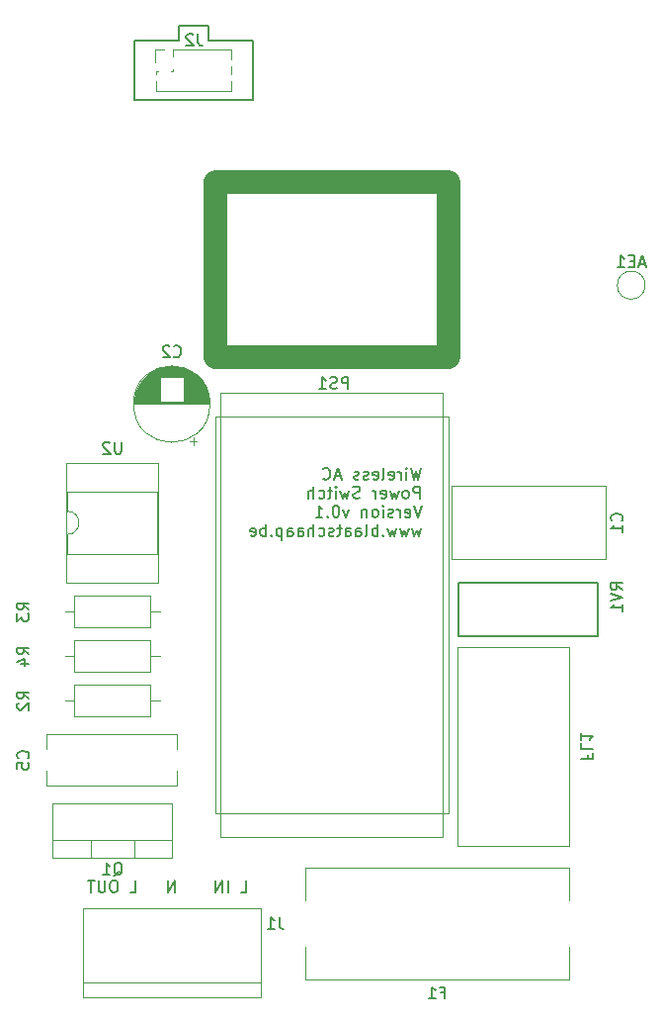
<source format=gbr>
%TF.GenerationSoftware,KiCad,Pcbnew,7.0.9*%
%TF.CreationDate,2023-12-31T17:17:44+01:00*%
%TF.ProjectId,power_switch,706f7765-725f-4737-9769-7463682e6b69,rev?*%
%TF.SameCoordinates,Original*%
%TF.FileFunction,Legend,Bot*%
%TF.FilePolarity,Positive*%
%FSLAX46Y46*%
G04 Gerber Fmt 4.6, Leading zero omitted, Abs format (unit mm)*
G04 Created by KiCad (PCBNEW 7.0.9) date 2023-12-31 17:17:44*
%MOMM*%
%LPD*%
G01*
G04 APERTURE LIST*
%ADD10C,0.150000*%
%ADD11C,2.000000*%
%ADD12C,0.120000*%
G04 APERTURE END LIST*
D10*
X135648458Y-66429819D02*
X135410363Y-67429819D01*
X135410363Y-67429819D02*
X135219887Y-66715533D01*
X135219887Y-66715533D02*
X135029411Y-67429819D01*
X135029411Y-67429819D02*
X134791316Y-66429819D01*
X134410363Y-67429819D02*
X134410363Y-66763152D01*
X134410363Y-66429819D02*
X134457982Y-66477438D01*
X134457982Y-66477438D02*
X134410363Y-66525057D01*
X134410363Y-66525057D02*
X134362744Y-66477438D01*
X134362744Y-66477438D02*
X134410363Y-66429819D01*
X134410363Y-66429819D02*
X134410363Y-66525057D01*
X133934173Y-67429819D02*
X133934173Y-66763152D01*
X133934173Y-66953628D02*
X133886554Y-66858390D01*
X133886554Y-66858390D02*
X133838935Y-66810771D01*
X133838935Y-66810771D02*
X133743697Y-66763152D01*
X133743697Y-66763152D02*
X133648459Y-66763152D01*
X132934173Y-67382200D02*
X133029411Y-67429819D01*
X133029411Y-67429819D02*
X133219887Y-67429819D01*
X133219887Y-67429819D02*
X133315125Y-67382200D01*
X133315125Y-67382200D02*
X133362744Y-67286961D01*
X133362744Y-67286961D02*
X133362744Y-66906009D01*
X133362744Y-66906009D02*
X133315125Y-66810771D01*
X133315125Y-66810771D02*
X133219887Y-66763152D01*
X133219887Y-66763152D02*
X133029411Y-66763152D01*
X133029411Y-66763152D02*
X132934173Y-66810771D01*
X132934173Y-66810771D02*
X132886554Y-66906009D01*
X132886554Y-66906009D02*
X132886554Y-67001247D01*
X132886554Y-67001247D02*
X133362744Y-67096485D01*
X132315125Y-67429819D02*
X132410363Y-67382200D01*
X132410363Y-67382200D02*
X132457982Y-67286961D01*
X132457982Y-67286961D02*
X132457982Y-66429819D01*
X131553220Y-67382200D02*
X131648458Y-67429819D01*
X131648458Y-67429819D02*
X131838934Y-67429819D01*
X131838934Y-67429819D02*
X131934172Y-67382200D01*
X131934172Y-67382200D02*
X131981791Y-67286961D01*
X131981791Y-67286961D02*
X131981791Y-66906009D01*
X131981791Y-66906009D02*
X131934172Y-66810771D01*
X131934172Y-66810771D02*
X131838934Y-66763152D01*
X131838934Y-66763152D02*
X131648458Y-66763152D01*
X131648458Y-66763152D02*
X131553220Y-66810771D01*
X131553220Y-66810771D02*
X131505601Y-66906009D01*
X131505601Y-66906009D02*
X131505601Y-67001247D01*
X131505601Y-67001247D02*
X131981791Y-67096485D01*
X131124648Y-67382200D02*
X131029410Y-67429819D01*
X131029410Y-67429819D02*
X130838934Y-67429819D01*
X130838934Y-67429819D02*
X130743696Y-67382200D01*
X130743696Y-67382200D02*
X130696077Y-67286961D01*
X130696077Y-67286961D02*
X130696077Y-67239342D01*
X130696077Y-67239342D02*
X130743696Y-67144104D01*
X130743696Y-67144104D02*
X130838934Y-67096485D01*
X130838934Y-67096485D02*
X130981791Y-67096485D01*
X130981791Y-67096485D02*
X131077029Y-67048866D01*
X131077029Y-67048866D02*
X131124648Y-66953628D01*
X131124648Y-66953628D02*
X131124648Y-66906009D01*
X131124648Y-66906009D02*
X131077029Y-66810771D01*
X131077029Y-66810771D02*
X130981791Y-66763152D01*
X130981791Y-66763152D02*
X130838934Y-66763152D01*
X130838934Y-66763152D02*
X130743696Y-66810771D01*
X130315124Y-67382200D02*
X130219886Y-67429819D01*
X130219886Y-67429819D02*
X130029410Y-67429819D01*
X130029410Y-67429819D02*
X129934172Y-67382200D01*
X129934172Y-67382200D02*
X129886553Y-67286961D01*
X129886553Y-67286961D02*
X129886553Y-67239342D01*
X129886553Y-67239342D02*
X129934172Y-67144104D01*
X129934172Y-67144104D02*
X130029410Y-67096485D01*
X130029410Y-67096485D02*
X130172267Y-67096485D01*
X130172267Y-67096485D02*
X130267505Y-67048866D01*
X130267505Y-67048866D02*
X130315124Y-66953628D01*
X130315124Y-66953628D02*
X130315124Y-66906009D01*
X130315124Y-66906009D02*
X130267505Y-66810771D01*
X130267505Y-66810771D02*
X130172267Y-66763152D01*
X130172267Y-66763152D02*
X130029410Y-66763152D01*
X130029410Y-66763152D02*
X129934172Y-66810771D01*
X128743695Y-67144104D02*
X128267505Y-67144104D01*
X128838933Y-67429819D02*
X128505600Y-66429819D01*
X128505600Y-66429819D02*
X128172267Y-67429819D01*
X127267505Y-67334580D02*
X127315124Y-67382200D01*
X127315124Y-67382200D02*
X127457981Y-67429819D01*
X127457981Y-67429819D02*
X127553219Y-67429819D01*
X127553219Y-67429819D02*
X127696076Y-67382200D01*
X127696076Y-67382200D02*
X127791314Y-67286961D01*
X127791314Y-67286961D02*
X127838933Y-67191723D01*
X127838933Y-67191723D02*
X127886552Y-67001247D01*
X127886552Y-67001247D02*
X127886552Y-66858390D01*
X127886552Y-66858390D02*
X127838933Y-66667914D01*
X127838933Y-66667914D02*
X127791314Y-66572676D01*
X127791314Y-66572676D02*
X127696076Y-66477438D01*
X127696076Y-66477438D02*
X127553219Y-66429819D01*
X127553219Y-66429819D02*
X127457981Y-66429819D01*
X127457981Y-66429819D02*
X127315124Y-66477438D01*
X127315124Y-66477438D02*
X127267505Y-66525057D01*
X135553220Y-69039819D02*
X135553220Y-68039819D01*
X135553220Y-68039819D02*
X135172268Y-68039819D01*
X135172268Y-68039819D02*
X135077030Y-68087438D01*
X135077030Y-68087438D02*
X135029411Y-68135057D01*
X135029411Y-68135057D02*
X134981792Y-68230295D01*
X134981792Y-68230295D02*
X134981792Y-68373152D01*
X134981792Y-68373152D02*
X135029411Y-68468390D01*
X135029411Y-68468390D02*
X135077030Y-68516009D01*
X135077030Y-68516009D02*
X135172268Y-68563628D01*
X135172268Y-68563628D02*
X135553220Y-68563628D01*
X134410363Y-69039819D02*
X134505601Y-68992200D01*
X134505601Y-68992200D02*
X134553220Y-68944580D01*
X134553220Y-68944580D02*
X134600839Y-68849342D01*
X134600839Y-68849342D02*
X134600839Y-68563628D01*
X134600839Y-68563628D02*
X134553220Y-68468390D01*
X134553220Y-68468390D02*
X134505601Y-68420771D01*
X134505601Y-68420771D02*
X134410363Y-68373152D01*
X134410363Y-68373152D02*
X134267506Y-68373152D01*
X134267506Y-68373152D02*
X134172268Y-68420771D01*
X134172268Y-68420771D02*
X134124649Y-68468390D01*
X134124649Y-68468390D02*
X134077030Y-68563628D01*
X134077030Y-68563628D02*
X134077030Y-68849342D01*
X134077030Y-68849342D02*
X134124649Y-68944580D01*
X134124649Y-68944580D02*
X134172268Y-68992200D01*
X134172268Y-68992200D02*
X134267506Y-69039819D01*
X134267506Y-69039819D02*
X134410363Y-69039819D01*
X133743696Y-68373152D02*
X133553220Y-69039819D01*
X133553220Y-69039819D02*
X133362744Y-68563628D01*
X133362744Y-68563628D02*
X133172268Y-69039819D01*
X133172268Y-69039819D02*
X132981792Y-68373152D01*
X132219887Y-68992200D02*
X132315125Y-69039819D01*
X132315125Y-69039819D02*
X132505601Y-69039819D01*
X132505601Y-69039819D02*
X132600839Y-68992200D01*
X132600839Y-68992200D02*
X132648458Y-68896961D01*
X132648458Y-68896961D02*
X132648458Y-68516009D01*
X132648458Y-68516009D02*
X132600839Y-68420771D01*
X132600839Y-68420771D02*
X132505601Y-68373152D01*
X132505601Y-68373152D02*
X132315125Y-68373152D01*
X132315125Y-68373152D02*
X132219887Y-68420771D01*
X132219887Y-68420771D02*
X132172268Y-68516009D01*
X132172268Y-68516009D02*
X132172268Y-68611247D01*
X132172268Y-68611247D02*
X132648458Y-68706485D01*
X131743696Y-69039819D02*
X131743696Y-68373152D01*
X131743696Y-68563628D02*
X131696077Y-68468390D01*
X131696077Y-68468390D02*
X131648458Y-68420771D01*
X131648458Y-68420771D02*
X131553220Y-68373152D01*
X131553220Y-68373152D02*
X131457982Y-68373152D01*
X130410362Y-68992200D02*
X130267505Y-69039819D01*
X130267505Y-69039819D02*
X130029410Y-69039819D01*
X130029410Y-69039819D02*
X129934172Y-68992200D01*
X129934172Y-68992200D02*
X129886553Y-68944580D01*
X129886553Y-68944580D02*
X129838934Y-68849342D01*
X129838934Y-68849342D02*
X129838934Y-68754104D01*
X129838934Y-68754104D02*
X129886553Y-68658866D01*
X129886553Y-68658866D02*
X129934172Y-68611247D01*
X129934172Y-68611247D02*
X130029410Y-68563628D01*
X130029410Y-68563628D02*
X130219886Y-68516009D01*
X130219886Y-68516009D02*
X130315124Y-68468390D01*
X130315124Y-68468390D02*
X130362743Y-68420771D01*
X130362743Y-68420771D02*
X130410362Y-68325533D01*
X130410362Y-68325533D02*
X130410362Y-68230295D01*
X130410362Y-68230295D02*
X130362743Y-68135057D01*
X130362743Y-68135057D02*
X130315124Y-68087438D01*
X130315124Y-68087438D02*
X130219886Y-68039819D01*
X130219886Y-68039819D02*
X129981791Y-68039819D01*
X129981791Y-68039819D02*
X129838934Y-68087438D01*
X129505600Y-68373152D02*
X129315124Y-69039819D01*
X129315124Y-69039819D02*
X129124648Y-68563628D01*
X129124648Y-68563628D02*
X128934172Y-69039819D01*
X128934172Y-69039819D02*
X128743696Y-68373152D01*
X128362743Y-69039819D02*
X128362743Y-68373152D01*
X128362743Y-68039819D02*
X128410362Y-68087438D01*
X128410362Y-68087438D02*
X128362743Y-68135057D01*
X128362743Y-68135057D02*
X128315124Y-68087438D01*
X128315124Y-68087438D02*
X128362743Y-68039819D01*
X128362743Y-68039819D02*
X128362743Y-68135057D01*
X128029410Y-68373152D02*
X127648458Y-68373152D01*
X127886553Y-68039819D02*
X127886553Y-68896961D01*
X127886553Y-68896961D02*
X127838934Y-68992200D01*
X127838934Y-68992200D02*
X127743696Y-69039819D01*
X127743696Y-69039819D02*
X127648458Y-69039819D01*
X126886553Y-68992200D02*
X126981791Y-69039819D01*
X126981791Y-69039819D02*
X127172267Y-69039819D01*
X127172267Y-69039819D02*
X127267505Y-68992200D01*
X127267505Y-68992200D02*
X127315124Y-68944580D01*
X127315124Y-68944580D02*
X127362743Y-68849342D01*
X127362743Y-68849342D02*
X127362743Y-68563628D01*
X127362743Y-68563628D02*
X127315124Y-68468390D01*
X127315124Y-68468390D02*
X127267505Y-68420771D01*
X127267505Y-68420771D02*
X127172267Y-68373152D01*
X127172267Y-68373152D02*
X126981791Y-68373152D01*
X126981791Y-68373152D02*
X126886553Y-68420771D01*
X126457981Y-69039819D02*
X126457981Y-68039819D01*
X126029410Y-69039819D02*
X126029410Y-68516009D01*
X126029410Y-68516009D02*
X126077029Y-68420771D01*
X126077029Y-68420771D02*
X126172267Y-68373152D01*
X126172267Y-68373152D02*
X126315124Y-68373152D01*
X126315124Y-68373152D02*
X126410362Y-68420771D01*
X126410362Y-68420771D02*
X126457981Y-68468390D01*
X135696077Y-69649819D02*
X135362744Y-70649819D01*
X135362744Y-70649819D02*
X135029411Y-69649819D01*
X134315125Y-70602200D02*
X134410363Y-70649819D01*
X134410363Y-70649819D02*
X134600839Y-70649819D01*
X134600839Y-70649819D02*
X134696077Y-70602200D01*
X134696077Y-70602200D02*
X134743696Y-70506961D01*
X134743696Y-70506961D02*
X134743696Y-70126009D01*
X134743696Y-70126009D02*
X134696077Y-70030771D01*
X134696077Y-70030771D02*
X134600839Y-69983152D01*
X134600839Y-69983152D02*
X134410363Y-69983152D01*
X134410363Y-69983152D02*
X134315125Y-70030771D01*
X134315125Y-70030771D02*
X134267506Y-70126009D01*
X134267506Y-70126009D02*
X134267506Y-70221247D01*
X134267506Y-70221247D02*
X134743696Y-70316485D01*
X133838934Y-70649819D02*
X133838934Y-69983152D01*
X133838934Y-70173628D02*
X133791315Y-70078390D01*
X133791315Y-70078390D02*
X133743696Y-70030771D01*
X133743696Y-70030771D02*
X133648458Y-69983152D01*
X133648458Y-69983152D02*
X133553220Y-69983152D01*
X133267505Y-70602200D02*
X133172267Y-70649819D01*
X133172267Y-70649819D02*
X132981791Y-70649819D01*
X132981791Y-70649819D02*
X132886553Y-70602200D01*
X132886553Y-70602200D02*
X132838934Y-70506961D01*
X132838934Y-70506961D02*
X132838934Y-70459342D01*
X132838934Y-70459342D02*
X132886553Y-70364104D01*
X132886553Y-70364104D02*
X132981791Y-70316485D01*
X132981791Y-70316485D02*
X133124648Y-70316485D01*
X133124648Y-70316485D02*
X133219886Y-70268866D01*
X133219886Y-70268866D02*
X133267505Y-70173628D01*
X133267505Y-70173628D02*
X133267505Y-70126009D01*
X133267505Y-70126009D02*
X133219886Y-70030771D01*
X133219886Y-70030771D02*
X133124648Y-69983152D01*
X133124648Y-69983152D02*
X132981791Y-69983152D01*
X132981791Y-69983152D02*
X132886553Y-70030771D01*
X132410362Y-70649819D02*
X132410362Y-69983152D01*
X132410362Y-69649819D02*
X132457981Y-69697438D01*
X132457981Y-69697438D02*
X132410362Y-69745057D01*
X132410362Y-69745057D02*
X132362743Y-69697438D01*
X132362743Y-69697438D02*
X132410362Y-69649819D01*
X132410362Y-69649819D02*
X132410362Y-69745057D01*
X131791315Y-70649819D02*
X131886553Y-70602200D01*
X131886553Y-70602200D02*
X131934172Y-70554580D01*
X131934172Y-70554580D02*
X131981791Y-70459342D01*
X131981791Y-70459342D02*
X131981791Y-70173628D01*
X131981791Y-70173628D02*
X131934172Y-70078390D01*
X131934172Y-70078390D02*
X131886553Y-70030771D01*
X131886553Y-70030771D02*
X131791315Y-69983152D01*
X131791315Y-69983152D02*
X131648458Y-69983152D01*
X131648458Y-69983152D02*
X131553220Y-70030771D01*
X131553220Y-70030771D02*
X131505601Y-70078390D01*
X131505601Y-70078390D02*
X131457982Y-70173628D01*
X131457982Y-70173628D02*
X131457982Y-70459342D01*
X131457982Y-70459342D02*
X131505601Y-70554580D01*
X131505601Y-70554580D02*
X131553220Y-70602200D01*
X131553220Y-70602200D02*
X131648458Y-70649819D01*
X131648458Y-70649819D02*
X131791315Y-70649819D01*
X131029410Y-69983152D02*
X131029410Y-70649819D01*
X131029410Y-70078390D02*
X130981791Y-70030771D01*
X130981791Y-70030771D02*
X130886553Y-69983152D01*
X130886553Y-69983152D02*
X130743696Y-69983152D01*
X130743696Y-69983152D02*
X130648458Y-70030771D01*
X130648458Y-70030771D02*
X130600839Y-70126009D01*
X130600839Y-70126009D02*
X130600839Y-70649819D01*
X129457981Y-69983152D02*
X129219886Y-70649819D01*
X129219886Y-70649819D02*
X128981791Y-69983152D01*
X128410362Y-69649819D02*
X128315124Y-69649819D01*
X128315124Y-69649819D02*
X128219886Y-69697438D01*
X128219886Y-69697438D02*
X128172267Y-69745057D01*
X128172267Y-69745057D02*
X128124648Y-69840295D01*
X128124648Y-69840295D02*
X128077029Y-70030771D01*
X128077029Y-70030771D02*
X128077029Y-70268866D01*
X128077029Y-70268866D02*
X128124648Y-70459342D01*
X128124648Y-70459342D02*
X128172267Y-70554580D01*
X128172267Y-70554580D02*
X128219886Y-70602200D01*
X128219886Y-70602200D02*
X128315124Y-70649819D01*
X128315124Y-70649819D02*
X128410362Y-70649819D01*
X128410362Y-70649819D02*
X128505600Y-70602200D01*
X128505600Y-70602200D02*
X128553219Y-70554580D01*
X128553219Y-70554580D02*
X128600838Y-70459342D01*
X128600838Y-70459342D02*
X128648457Y-70268866D01*
X128648457Y-70268866D02*
X128648457Y-70030771D01*
X128648457Y-70030771D02*
X128600838Y-69840295D01*
X128600838Y-69840295D02*
X128553219Y-69745057D01*
X128553219Y-69745057D02*
X128505600Y-69697438D01*
X128505600Y-69697438D02*
X128410362Y-69649819D01*
X127648457Y-70554580D02*
X127600838Y-70602200D01*
X127600838Y-70602200D02*
X127648457Y-70649819D01*
X127648457Y-70649819D02*
X127696076Y-70602200D01*
X127696076Y-70602200D02*
X127648457Y-70554580D01*
X127648457Y-70554580D02*
X127648457Y-70649819D01*
X126648458Y-70649819D02*
X127219886Y-70649819D01*
X126934172Y-70649819D02*
X126934172Y-69649819D01*
X126934172Y-69649819D02*
X127029410Y-69792676D01*
X127029410Y-69792676D02*
X127124648Y-69887914D01*
X127124648Y-69887914D02*
X127219886Y-69935533D01*
X135648458Y-71593152D02*
X135457982Y-72259819D01*
X135457982Y-72259819D02*
X135267506Y-71783628D01*
X135267506Y-71783628D02*
X135077030Y-72259819D01*
X135077030Y-72259819D02*
X134886554Y-71593152D01*
X134600839Y-71593152D02*
X134410363Y-72259819D01*
X134410363Y-72259819D02*
X134219887Y-71783628D01*
X134219887Y-71783628D02*
X134029411Y-72259819D01*
X134029411Y-72259819D02*
X133838935Y-71593152D01*
X133553220Y-71593152D02*
X133362744Y-72259819D01*
X133362744Y-72259819D02*
X133172268Y-71783628D01*
X133172268Y-71783628D02*
X132981792Y-72259819D01*
X132981792Y-72259819D02*
X132791316Y-71593152D01*
X132410363Y-72164580D02*
X132362744Y-72212200D01*
X132362744Y-72212200D02*
X132410363Y-72259819D01*
X132410363Y-72259819D02*
X132457982Y-72212200D01*
X132457982Y-72212200D02*
X132410363Y-72164580D01*
X132410363Y-72164580D02*
X132410363Y-72259819D01*
X131934173Y-72259819D02*
X131934173Y-71259819D01*
X131934173Y-71640771D02*
X131838935Y-71593152D01*
X131838935Y-71593152D02*
X131648459Y-71593152D01*
X131648459Y-71593152D02*
X131553221Y-71640771D01*
X131553221Y-71640771D02*
X131505602Y-71688390D01*
X131505602Y-71688390D02*
X131457983Y-71783628D01*
X131457983Y-71783628D02*
X131457983Y-72069342D01*
X131457983Y-72069342D02*
X131505602Y-72164580D01*
X131505602Y-72164580D02*
X131553221Y-72212200D01*
X131553221Y-72212200D02*
X131648459Y-72259819D01*
X131648459Y-72259819D02*
X131838935Y-72259819D01*
X131838935Y-72259819D02*
X131934173Y-72212200D01*
X130886554Y-72259819D02*
X130981792Y-72212200D01*
X130981792Y-72212200D02*
X131029411Y-72116961D01*
X131029411Y-72116961D02*
X131029411Y-71259819D01*
X130077030Y-72259819D02*
X130077030Y-71736009D01*
X130077030Y-71736009D02*
X130124649Y-71640771D01*
X130124649Y-71640771D02*
X130219887Y-71593152D01*
X130219887Y-71593152D02*
X130410363Y-71593152D01*
X130410363Y-71593152D02*
X130505601Y-71640771D01*
X130077030Y-72212200D02*
X130172268Y-72259819D01*
X130172268Y-72259819D02*
X130410363Y-72259819D01*
X130410363Y-72259819D02*
X130505601Y-72212200D01*
X130505601Y-72212200D02*
X130553220Y-72116961D01*
X130553220Y-72116961D02*
X130553220Y-72021723D01*
X130553220Y-72021723D02*
X130505601Y-71926485D01*
X130505601Y-71926485D02*
X130410363Y-71878866D01*
X130410363Y-71878866D02*
X130172268Y-71878866D01*
X130172268Y-71878866D02*
X130077030Y-71831247D01*
X129172268Y-72259819D02*
X129172268Y-71736009D01*
X129172268Y-71736009D02*
X129219887Y-71640771D01*
X129219887Y-71640771D02*
X129315125Y-71593152D01*
X129315125Y-71593152D02*
X129505601Y-71593152D01*
X129505601Y-71593152D02*
X129600839Y-71640771D01*
X129172268Y-72212200D02*
X129267506Y-72259819D01*
X129267506Y-72259819D02*
X129505601Y-72259819D01*
X129505601Y-72259819D02*
X129600839Y-72212200D01*
X129600839Y-72212200D02*
X129648458Y-72116961D01*
X129648458Y-72116961D02*
X129648458Y-72021723D01*
X129648458Y-72021723D02*
X129600839Y-71926485D01*
X129600839Y-71926485D02*
X129505601Y-71878866D01*
X129505601Y-71878866D02*
X129267506Y-71878866D01*
X129267506Y-71878866D02*
X129172268Y-71831247D01*
X128838934Y-71593152D02*
X128457982Y-71593152D01*
X128696077Y-71259819D02*
X128696077Y-72116961D01*
X128696077Y-72116961D02*
X128648458Y-72212200D01*
X128648458Y-72212200D02*
X128553220Y-72259819D01*
X128553220Y-72259819D02*
X128457982Y-72259819D01*
X128172267Y-72212200D02*
X128077029Y-72259819D01*
X128077029Y-72259819D02*
X127886553Y-72259819D01*
X127886553Y-72259819D02*
X127791315Y-72212200D01*
X127791315Y-72212200D02*
X127743696Y-72116961D01*
X127743696Y-72116961D02*
X127743696Y-72069342D01*
X127743696Y-72069342D02*
X127791315Y-71974104D01*
X127791315Y-71974104D02*
X127886553Y-71926485D01*
X127886553Y-71926485D02*
X128029410Y-71926485D01*
X128029410Y-71926485D02*
X128124648Y-71878866D01*
X128124648Y-71878866D02*
X128172267Y-71783628D01*
X128172267Y-71783628D02*
X128172267Y-71736009D01*
X128172267Y-71736009D02*
X128124648Y-71640771D01*
X128124648Y-71640771D02*
X128029410Y-71593152D01*
X128029410Y-71593152D02*
X127886553Y-71593152D01*
X127886553Y-71593152D02*
X127791315Y-71640771D01*
X126886553Y-72212200D02*
X126981791Y-72259819D01*
X126981791Y-72259819D02*
X127172267Y-72259819D01*
X127172267Y-72259819D02*
X127267505Y-72212200D01*
X127267505Y-72212200D02*
X127315124Y-72164580D01*
X127315124Y-72164580D02*
X127362743Y-72069342D01*
X127362743Y-72069342D02*
X127362743Y-71783628D01*
X127362743Y-71783628D02*
X127315124Y-71688390D01*
X127315124Y-71688390D02*
X127267505Y-71640771D01*
X127267505Y-71640771D02*
X127172267Y-71593152D01*
X127172267Y-71593152D02*
X126981791Y-71593152D01*
X126981791Y-71593152D02*
X126886553Y-71640771D01*
X126457981Y-72259819D02*
X126457981Y-71259819D01*
X126029410Y-72259819D02*
X126029410Y-71736009D01*
X126029410Y-71736009D02*
X126077029Y-71640771D01*
X126077029Y-71640771D02*
X126172267Y-71593152D01*
X126172267Y-71593152D02*
X126315124Y-71593152D01*
X126315124Y-71593152D02*
X126410362Y-71640771D01*
X126410362Y-71640771D02*
X126457981Y-71688390D01*
X125124648Y-72259819D02*
X125124648Y-71736009D01*
X125124648Y-71736009D02*
X125172267Y-71640771D01*
X125172267Y-71640771D02*
X125267505Y-71593152D01*
X125267505Y-71593152D02*
X125457981Y-71593152D01*
X125457981Y-71593152D02*
X125553219Y-71640771D01*
X125124648Y-72212200D02*
X125219886Y-72259819D01*
X125219886Y-72259819D02*
X125457981Y-72259819D01*
X125457981Y-72259819D02*
X125553219Y-72212200D01*
X125553219Y-72212200D02*
X125600838Y-72116961D01*
X125600838Y-72116961D02*
X125600838Y-72021723D01*
X125600838Y-72021723D02*
X125553219Y-71926485D01*
X125553219Y-71926485D02*
X125457981Y-71878866D01*
X125457981Y-71878866D02*
X125219886Y-71878866D01*
X125219886Y-71878866D02*
X125124648Y-71831247D01*
X124219886Y-72259819D02*
X124219886Y-71736009D01*
X124219886Y-71736009D02*
X124267505Y-71640771D01*
X124267505Y-71640771D02*
X124362743Y-71593152D01*
X124362743Y-71593152D02*
X124553219Y-71593152D01*
X124553219Y-71593152D02*
X124648457Y-71640771D01*
X124219886Y-72212200D02*
X124315124Y-72259819D01*
X124315124Y-72259819D02*
X124553219Y-72259819D01*
X124553219Y-72259819D02*
X124648457Y-72212200D01*
X124648457Y-72212200D02*
X124696076Y-72116961D01*
X124696076Y-72116961D02*
X124696076Y-72021723D01*
X124696076Y-72021723D02*
X124648457Y-71926485D01*
X124648457Y-71926485D02*
X124553219Y-71878866D01*
X124553219Y-71878866D02*
X124315124Y-71878866D01*
X124315124Y-71878866D02*
X124219886Y-71831247D01*
X123743695Y-71593152D02*
X123743695Y-72593152D01*
X123743695Y-71640771D02*
X123648457Y-71593152D01*
X123648457Y-71593152D02*
X123457981Y-71593152D01*
X123457981Y-71593152D02*
X123362743Y-71640771D01*
X123362743Y-71640771D02*
X123315124Y-71688390D01*
X123315124Y-71688390D02*
X123267505Y-71783628D01*
X123267505Y-71783628D02*
X123267505Y-72069342D01*
X123267505Y-72069342D02*
X123315124Y-72164580D01*
X123315124Y-72164580D02*
X123362743Y-72212200D01*
X123362743Y-72212200D02*
X123457981Y-72259819D01*
X123457981Y-72259819D02*
X123648457Y-72259819D01*
X123648457Y-72259819D02*
X123743695Y-72212200D01*
X122838933Y-72164580D02*
X122791314Y-72212200D01*
X122791314Y-72212200D02*
X122838933Y-72259819D01*
X122838933Y-72259819D02*
X122886552Y-72212200D01*
X122886552Y-72212200D02*
X122838933Y-72164580D01*
X122838933Y-72164580D02*
X122838933Y-72259819D01*
X122362743Y-72259819D02*
X122362743Y-71259819D01*
X122362743Y-71640771D02*
X122267505Y-71593152D01*
X122267505Y-71593152D02*
X122077029Y-71593152D01*
X122077029Y-71593152D02*
X121981791Y-71640771D01*
X121981791Y-71640771D02*
X121934172Y-71688390D01*
X121934172Y-71688390D02*
X121886553Y-71783628D01*
X121886553Y-71783628D02*
X121886553Y-72069342D01*
X121886553Y-72069342D02*
X121934172Y-72164580D01*
X121934172Y-72164580D02*
X121981791Y-72212200D01*
X121981791Y-72212200D02*
X122077029Y-72259819D01*
X122077029Y-72259819D02*
X122267505Y-72259819D01*
X122267505Y-72259819D02*
X122362743Y-72212200D01*
X121077029Y-72212200D02*
X121172267Y-72259819D01*
X121172267Y-72259819D02*
X121362743Y-72259819D01*
X121362743Y-72259819D02*
X121457981Y-72212200D01*
X121457981Y-72212200D02*
X121505600Y-72116961D01*
X121505600Y-72116961D02*
X121505600Y-71736009D01*
X121505600Y-71736009D02*
X121457981Y-71640771D01*
X121457981Y-71640771D02*
X121362743Y-71593152D01*
X121362743Y-71593152D02*
X121172267Y-71593152D01*
X121172267Y-71593152D02*
X121077029Y-71640771D01*
X121077029Y-71640771D02*
X121029410Y-71736009D01*
X121029410Y-71736009D02*
X121029410Y-71831247D01*
X121029410Y-71831247D02*
X121505600Y-71926485D01*
X117475000Y-28575000D02*
X114935000Y-28575000D01*
X121285000Y-29845000D02*
X117475000Y-29845000D01*
X121285000Y-34925000D02*
X121285000Y-29845000D01*
X111125000Y-34925000D02*
X121285000Y-34925000D01*
X111125000Y-34290000D02*
X111125000Y-34925000D01*
X111125000Y-29845000D02*
X111125000Y-34290000D01*
X114935000Y-29845000D02*
X111125000Y-29845000D01*
X114935000Y-28575000D02*
X114935000Y-29845000D01*
X117475000Y-29845000D02*
X117475000Y-28575000D01*
D11*
X118000000Y-42000000D02*
X138000000Y-42000000D01*
X138000000Y-57000000D01*
X118000000Y-57000000D01*
X118000000Y-42000000D01*
D10*
X114585713Y-102739819D02*
X114585713Y-101739819D01*
X114585713Y-101739819D02*
X114014285Y-102739819D01*
X114014285Y-102739819D02*
X114014285Y-101739819D01*
X120213333Y-102739819D02*
X120689523Y-102739819D01*
X120689523Y-102739819D02*
X120689523Y-101739819D01*
X119118094Y-102739819D02*
X119118094Y-101739819D01*
X118641904Y-102739819D02*
X118641904Y-101739819D01*
X118641904Y-101739819D02*
X118070476Y-102739819D01*
X118070476Y-102739819D02*
X118070476Y-101739819D01*
X110720000Y-102739819D02*
X111196190Y-102739819D01*
X111196190Y-102739819D02*
X111196190Y-101739819D01*
X109434285Y-101739819D02*
X109243809Y-101739819D01*
X109243809Y-101739819D02*
X109148571Y-101787438D01*
X109148571Y-101787438D02*
X109053333Y-101882676D01*
X109053333Y-101882676D02*
X109005714Y-102073152D01*
X109005714Y-102073152D02*
X109005714Y-102406485D01*
X109005714Y-102406485D02*
X109053333Y-102596961D01*
X109053333Y-102596961D02*
X109148571Y-102692200D01*
X109148571Y-102692200D02*
X109243809Y-102739819D01*
X109243809Y-102739819D02*
X109434285Y-102739819D01*
X109434285Y-102739819D02*
X109529523Y-102692200D01*
X109529523Y-102692200D02*
X109624761Y-102596961D01*
X109624761Y-102596961D02*
X109672380Y-102406485D01*
X109672380Y-102406485D02*
X109672380Y-102073152D01*
X109672380Y-102073152D02*
X109624761Y-101882676D01*
X109624761Y-101882676D02*
X109529523Y-101787438D01*
X109529523Y-101787438D02*
X109434285Y-101739819D01*
X108577142Y-101739819D02*
X108577142Y-102549342D01*
X108577142Y-102549342D02*
X108529523Y-102644580D01*
X108529523Y-102644580D02*
X108481904Y-102692200D01*
X108481904Y-102692200D02*
X108386666Y-102739819D01*
X108386666Y-102739819D02*
X108196190Y-102739819D01*
X108196190Y-102739819D02*
X108100952Y-102692200D01*
X108100952Y-102692200D02*
X108053333Y-102644580D01*
X108053333Y-102644580D02*
X108005714Y-102549342D01*
X108005714Y-102549342D02*
X108005714Y-101739819D01*
X107672380Y-101739819D02*
X107100952Y-101739819D01*
X107386666Y-102739819D02*
X107386666Y-101739819D01*
X109315238Y-101340057D02*
X109410476Y-101292438D01*
X109410476Y-101292438D02*
X109505714Y-101197200D01*
X109505714Y-101197200D02*
X109648571Y-101054342D01*
X109648571Y-101054342D02*
X109743809Y-101006723D01*
X109743809Y-101006723D02*
X109839047Y-101006723D01*
X109791428Y-101244819D02*
X109886666Y-101197200D01*
X109886666Y-101197200D02*
X109981904Y-101101961D01*
X109981904Y-101101961D02*
X110029523Y-100911485D01*
X110029523Y-100911485D02*
X110029523Y-100578152D01*
X110029523Y-100578152D02*
X109981904Y-100387676D01*
X109981904Y-100387676D02*
X109886666Y-100292438D01*
X109886666Y-100292438D02*
X109791428Y-100244819D01*
X109791428Y-100244819D02*
X109600952Y-100244819D01*
X109600952Y-100244819D02*
X109505714Y-100292438D01*
X109505714Y-100292438D02*
X109410476Y-100387676D01*
X109410476Y-100387676D02*
X109362857Y-100578152D01*
X109362857Y-100578152D02*
X109362857Y-100911485D01*
X109362857Y-100911485D02*
X109410476Y-101101961D01*
X109410476Y-101101961D02*
X109505714Y-101197200D01*
X109505714Y-101197200D02*
X109600952Y-101244819D01*
X109600952Y-101244819D02*
X109791428Y-101244819D01*
X108410476Y-101244819D02*
X108981904Y-101244819D01*
X108696190Y-101244819D02*
X108696190Y-100244819D01*
X108696190Y-100244819D02*
X108791428Y-100387676D01*
X108791428Y-100387676D02*
X108886666Y-100482914D01*
X108886666Y-100482914D02*
X108981904Y-100530533D01*
X152914819Y-76874761D02*
X152438628Y-76541428D01*
X152914819Y-76303333D02*
X151914819Y-76303333D01*
X151914819Y-76303333D02*
X151914819Y-76684285D01*
X151914819Y-76684285D02*
X151962438Y-76779523D01*
X151962438Y-76779523D02*
X152010057Y-76827142D01*
X152010057Y-76827142D02*
X152105295Y-76874761D01*
X152105295Y-76874761D02*
X152248152Y-76874761D01*
X152248152Y-76874761D02*
X152343390Y-76827142D01*
X152343390Y-76827142D02*
X152391009Y-76779523D01*
X152391009Y-76779523D02*
X152438628Y-76684285D01*
X152438628Y-76684285D02*
X152438628Y-76303333D01*
X151914819Y-77160476D02*
X152914819Y-77493809D01*
X152914819Y-77493809D02*
X151914819Y-77827142D01*
X152914819Y-78684285D02*
X152914819Y-78112857D01*
X152914819Y-78398571D02*
X151914819Y-78398571D01*
X151914819Y-78398571D02*
X152057676Y-78303333D01*
X152057676Y-78303333D02*
X152152914Y-78208095D01*
X152152914Y-78208095D02*
X152200533Y-78112857D01*
X102054819Y-86193333D02*
X101578628Y-85860000D01*
X102054819Y-85621905D02*
X101054819Y-85621905D01*
X101054819Y-85621905D02*
X101054819Y-86002857D01*
X101054819Y-86002857D02*
X101102438Y-86098095D01*
X101102438Y-86098095D02*
X101150057Y-86145714D01*
X101150057Y-86145714D02*
X101245295Y-86193333D01*
X101245295Y-86193333D02*
X101388152Y-86193333D01*
X101388152Y-86193333D02*
X101483390Y-86145714D01*
X101483390Y-86145714D02*
X101531009Y-86098095D01*
X101531009Y-86098095D02*
X101578628Y-86002857D01*
X101578628Y-86002857D02*
X101578628Y-85621905D01*
X101150057Y-86574286D02*
X101102438Y-86621905D01*
X101102438Y-86621905D02*
X101054819Y-86717143D01*
X101054819Y-86717143D02*
X101054819Y-86955238D01*
X101054819Y-86955238D02*
X101102438Y-87050476D01*
X101102438Y-87050476D02*
X101150057Y-87098095D01*
X101150057Y-87098095D02*
X101245295Y-87145714D01*
X101245295Y-87145714D02*
X101340533Y-87145714D01*
X101340533Y-87145714D02*
X101483390Y-87098095D01*
X101483390Y-87098095D02*
X102054819Y-86526667D01*
X102054819Y-86526667D02*
X102054819Y-87145714D01*
X154836666Y-48971104D02*
X154360476Y-48971104D01*
X154931904Y-49256819D02*
X154598571Y-48256819D01*
X154598571Y-48256819D02*
X154265238Y-49256819D01*
X153931904Y-48733009D02*
X153598571Y-48733009D01*
X153455714Y-49256819D02*
X153931904Y-49256819D01*
X153931904Y-49256819D02*
X153931904Y-48256819D01*
X153931904Y-48256819D02*
X153455714Y-48256819D01*
X152503333Y-49256819D02*
X153074761Y-49256819D01*
X152789047Y-49256819D02*
X152789047Y-48256819D01*
X152789047Y-48256819D02*
X152884285Y-48399676D01*
X152884285Y-48399676D02*
X152979523Y-48494914D01*
X152979523Y-48494914D02*
X153074761Y-48542533D01*
X116538333Y-29299819D02*
X116538333Y-30014104D01*
X116538333Y-30014104D02*
X116585952Y-30156961D01*
X116585952Y-30156961D02*
X116681190Y-30252200D01*
X116681190Y-30252200D02*
X116824047Y-30299819D01*
X116824047Y-30299819D02*
X116919285Y-30299819D01*
X116109761Y-29395057D02*
X116062142Y-29347438D01*
X116062142Y-29347438D02*
X115966904Y-29299819D01*
X115966904Y-29299819D02*
X115728809Y-29299819D01*
X115728809Y-29299819D02*
X115633571Y-29347438D01*
X115633571Y-29347438D02*
X115585952Y-29395057D01*
X115585952Y-29395057D02*
X115538333Y-29490295D01*
X115538333Y-29490295D02*
X115538333Y-29585533D01*
X115538333Y-29585533D02*
X115585952Y-29728390D01*
X115585952Y-29728390D02*
X116157380Y-30299819D01*
X116157380Y-30299819D02*
X115538333Y-30299819D01*
X102054819Y-82383333D02*
X101578628Y-82050000D01*
X102054819Y-81811905D02*
X101054819Y-81811905D01*
X101054819Y-81811905D02*
X101054819Y-82192857D01*
X101054819Y-82192857D02*
X101102438Y-82288095D01*
X101102438Y-82288095D02*
X101150057Y-82335714D01*
X101150057Y-82335714D02*
X101245295Y-82383333D01*
X101245295Y-82383333D02*
X101388152Y-82383333D01*
X101388152Y-82383333D02*
X101483390Y-82335714D01*
X101483390Y-82335714D02*
X101531009Y-82288095D01*
X101531009Y-82288095D02*
X101578628Y-82192857D01*
X101578628Y-82192857D02*
X101578628Y-81811905D01*
X101388152Y-83240476D02*
X102054819Y-83240476D01*
X101007200Y-83002381D02*
X101721485Y-82764286D01*
X101721485Y-82764286D02*
X101721485Y-83383333D01*
X101959580Y-91273333D02*
X102007200Y-91225714D01*
X102007200Y-91225714D02*
X102054819Y-91082857D01*
X102054819Y-91082857D02*
X102054819Y-90987619D01*
X102054819Y-90987619D02*
X102007200Y-90844762D01*
X102007200Y-90844762D02*
X101911961Y-90749524D01*
X101911961Y-90749524D02*
X101816723Y-90701905D01*
X101816723Y-90701905D02*
X101626247Y-90654286D01*
X101626247Y-90654286D02*
X101483390Y-90654286D01*
X101483390Y-90654286D02*
X101292914Y-90701905D01*
X101292914Y-90701905D02*
X101197676Y-90749524D01*
X101197676Y-90749524D02*
X101102438Y-90844762D01*
X101102438Y-90844762D02*
X101054819Y-90987619D01*
X101054819Y-90987619D02*
X101054819Y-91082857D01*
X101054819Y-91082857D02*
X101102438Y-91225714D01*
X101102438Y-91225714D02*
X101150057Y-91273333D01*
X101054819Y-92178095D02*
X101054819Y-91701905D01*
X101054819Y-91701905D02*
X101531009Y-91654286D01*
X101531009Y-91654286D02*
X101483390Y-91701905D01*
X101483390Y-91701905D02*
X101435771Y-91797143D01*
X101435771Y-91797143D02*
X101435771Y-92035238D01*
X101435771Y-92035238D02*
X101483390Y-92130476D01*
X101483390Y-92130476D02*
X101531009Y-92178095D01*
X101531009Y-92178095D02*
X101626247Y-92225714D01*
X101626247Y-92225714D02*
X101864342Y-92225714D01*
X101864342Y-92225714D02*
X101959580Y-92178095D01*
X101959580Y-92178095D02*
X102007200Y-92130476D01*
X102007200Y-92130476D02*
X102054819Y-92035238D01*
X102054819Y-92035238D02*
X102054819Y-91797143D01*
X102054819Y-91797143D02*
X102007200Y-91701905D01*
X102007200Y-91701905D02*
X101959580Y-91654286D01*
X137363333Y-111341009D02*
X137696666Y-111341009D01*
X137696666Y-111864819D02*
X137696666Y-110864819D01*
X137696666Y-110864819D02*
X137220476Y-110864819D01*
X136315714Y-111864819D02*
X136887142Y-111864819D01*
X136601428Y-111864819D02*
X136601428Y-110864819D01*
X136601428Y-110864819D02*
X136696666Y-111007676D01*
X136696666Y-111007676D02*
X136791904Y-111102914D01*
X136791904Y-111102914D02*
X136887142Y-111150533D01*
X114466666Y-56874580D02*
X114514285Y-56922200D01*
X114514285Y-56922200D02*
X114657142Y-56969819D01*
X114657142Y-56969819D02*
X114752380Y-56969819D01*
X114752380Y-56969819D02*
X114895237Y-56922200D01*
X114895237Y-56922200D02*
X114990475Y-56826961D01*
X114990475Y-56826961D02*
X115038094Y-56731723D01*
X115038094Y-56731723D02*
X115085713Y-56541247D01*
X115085713Y-56541247D02*
X115085713Y-56398390D01*
X115085713Y-56398390D02*
X115038094Y-56207914D01*
X115038094Y-56207914D02*
X114990475Y-56112676D01*
X114990475Y-56112676D02*
X114895237Y-56017438D01*
X114895237Y-56017438D02*
X114752380Y-55969819D01*
X114752380Y-55969819D02*
X114657142Y-55969819D01*
X114657142Y-55969819D02*
X114514285Y-56017438D01*
X114514285Y-56017438D02*
X114466666Y-56065057D01*
X114085713Y-56065057D02*
X114038094Y-56017438D01*
X114038094Y-56017438D02*
X113942856Y-55969819D01*
X113942856Y-55969819D02*
X113704761Y-55969819D01*
X113704761Y-55969819D02*
X113609523Y-56017438D01*
X113609523Y-56017438D02*
X113561904Y-56065057D01*
X113561904Y-56065057D02*
X113514285Y-56160295D01*
X113514285Y-56160295D02*
X113514285Y-56255533D01*
X113514285Y-56255533D02*
X113561904Y-56398390D01*
X113561904Y-56398390D02*
X114133332Y-56969819D01*
X114133332Y-56969819D02*
X113514285Y-56969819D01*
X102054819Y-78573333D02*
X101578628Y-78240000D01*
X102054819Y-78001905D02*
X101054819Y-78001905D01*
X101054819Y-78001905D02*
X101054819Y-78382857D01*
X101054819Y-78382857D02*
X101102438Y-78478095D01*
X101102438Y-78478095D02*
X101150057Y-78525714D01*
X101150057Y-78525714D02*
X101245295Y-78573333D01*
X101245295Y-78573333D02*
X101388152Y-78573333D01*
X101388152Y-78573333D02*
X101483390Y-78525714D01*
X101483390Y-78525714D02*
X101531009Y-78478095D01*
X101531009Y-78478095D02*
X101578628Y-78382857D01*
X101578628Y-78382857D02*
X101578628Y-78001905D01*
X101054819Y-78906667D02*
X101054819Y-79525714D01*
X101054819Y-79525714D02*
X101435771Y-79192381D01*
X101435771Y-79192381D02*
X101435771Y-79335238D01*
X101435771Y-79335238D02*
X101483390Y-79430476D01*
X101483390Y-79430476D02*
X101531009Y-79478095D01*
X101531009Y-79478095D02*
X101626247Y-79525714D01*
X101626247Y-79525714D02*
X101864342Y-79525714D01*
X101864342Y-79525714D02*
X101959580Y-79478095D01*
X101959580Y-79478095D02*
X102007200Y-79430476D01*
X102007200Y-79430476D02*
X102054819Y-79335238D01*
X102054819Y-79335238D02*
X102054819Y-79049524D01*
X102054819Y-79049524D02*
X102007200Y-78954286D01*
X102007200Y-78954286D02*
X101959580Y-78906667D01*
X123523333Y-104864819D02*
X123523333Y-105579104D01*
X123523333Y-105579104D02*
X123570952Y-105721961D01*
X123570952Y-105721961D02*
X123666190Y-105817200D01*
X123666190Y-105817200D02*
X123809047Y-105864819D01*
X123809047Y-105864819D02*
X123904285Y-105864819D01*
X122523333Y-105864819D02*
X123094761Y-105864819D01*
X122809047Y-105864819D02*
X122809047Y-104864819D01*
X122809047Y-104864819D02*
X122904285Y-105007676D01*
X122904285Y-105007676D02*
X122999523Y-105102914D01*
X122999523Y-105102914D02*
X123094761Y-105150533D01*
X109981904Y-64224819D02*
X109981904Y-65034342D01*
X109981904Y-65034342D02*
X109934285Y-65129580D01*
X109934285Y-65129580D02*
X109886666Y-65177200D01*
X109886666Y-65177200D02*
X109791428Y-65224819D01*
X109791428Y-65224819D02*
X109600952Y-65224819D01*
X109600952Y-65224819D02*
X109505714Y-65177200D01*
X109505714Y-65177200D02*
X109458095Y-65129580D01*
X109458095Y-65129580D02*
X109410476Y-65034342D01*
X109410476Y-65034342D02*
X109410476Y-64224819D01*
X108981904Y-64320057D02*
X108934285Y-64272438D01*
X108934285Y-64272438D02*
X108839047Y-64224819D01*
X108839047Y-64224819D02*
X108600952Y-64224819D01*
X108600952Y-64224819D02*
X108505714Y-64272438D01*
X108505714Y-64272438D02*
X108458095Y-64320057D01*
X108458095Y-64320057D02*
X108410476Y-64415295D01*
X108410476Y-64415295D02*
X108410476Y-64510533D01*
X108410476Y-64510533D02*
X108458095Y-64653390D01*
X108458095Y-64653390D02*
X109029523Y-65224819D01*
X109029523Y-65224819D02*
X108410476Y-65224819D01*
X152839580Y-70953333D02*
X152887200Y-70905714D01*
X152887200Y-70905714D02*
X152934819Y-70762857D01*
X152934819Y-70762857D02*
X152934819Y-70667619D01*
X152934819Y-70667619D02*
X152887200Y-70524762D01*
X152887200Y-70524762D02*
X152791961Y-70429524D01*
X152791961Y-70429524D02*
X152696723Y-70381905D01*
X152696723Y-70381905D02*
X152506247Y-70334286D01*
X152506247Y-70334286D02*
X152363390Y-70334286D01*
X152363390Y-70334286D02*
X152172914Y-70381905D01*
X152172914Y-70381905D02*
X152077676Y-70429524D01*
X152077676Y-70429524D02*
X151982438Y-70524762D01*
X151982438Y-70524762D02*
X151934819Y-70667619D01*
X151934819Y-70667619D02*
X151934819Y-70762857D01*
X151934819Y-70762857D02*
X151982438Y-70905714D01*
X151982438Y-70905714D02*
X152030057Y-70953333D01*
X152934819Y-71905714D02*
X152934819Y-71334286D01*
X152934819Y-71620000D02*
X151934819Y-71620000D01*
X151934819Y-71620000D02*
X152077676Y-71524762D01*
X152077676Y-71524762D02*
X152172914Y-71429524D01*
X152172914Y-71429524D02*
X152220533Y-71334286D01*
X129404285Y-59674819D02*
X129404285Y-58674819D01*
X129404285Y-58674819D02*
X129023333Y-58674819D01*
X129023333Y-58674819D02*
X128928095Y-58722438D01*
X128928095Y-58722438D02*
X128880476Y-58770057D01*
X128880476Y-58770057D02*
X128832857Y-58865295D01*
X128832857Y-58865295D02*
X128832857Y-59008152D01*
X128832857Y-59008152D02*
X128880476Y-59103390D01*
X128880476Y-59103390D02*
X128928095Y-59151009D01*
X128928095Y-59151009D02*
X129023333Y-59198628D01*
X129023333Y-59198628D02*
X129404285Y-59198628D01*
X128451904Y-59627200D02*
X128309047Y-59674819D01*
X128309047Y-59674819D02*
X128070952Y-59674819D01*
X128070952Y-59674819D02*
X127975714Y-59627200D01*
X127975714Y-59627200D02*
X127928095Y-59579580D01*
X127928095Y-59579580D02*
X127880476Y-59484342D01*
X127880476Y-59484342D02*
X127880476Y-59389104D01*
X127880476Y-59389104D02*
X127928095Y-59293866D01*
X127928095Y-59293866D02*
X127975714Y-59246247D01*
X127975714Y-59246247D02*
X128070952Y-59198628D01*
X128070952Y-59198628D02*
X128261428Y-59151009D01*
X128261428Y-59151009D02*
X128356666Y-59103390D01*
X128356666Y-59103390D02*
X128404285Y-59055771D01*
X128404285Y-59055771D02*
X128451904Y-58960533D01*
X128451904Y-58960533D02*
X128451904Y-58865295D01*
X128451904Y-58865295D02*
X128404285Y-58770057D01*
X128404285Y-58770057D02*
X128356666Y-58722438D01*
X128356666Y-58722438D02*
X128261428Y-58674819D01*
X128261428Y-58674819D02*
X128023333Y-58674819D01*
X128023333Y-58674819D02*
X127880476Y-58722438D01*
X126928095Y-59674819D02*
X127499523Y-59674819D01*
X127213809Y-59674819D02*
X127213809Y-58674819D01*
X127213809Y-58674819D02*
X127309047Y-58817676D01*
X127309047Y-58817676D02*
X127404285Y-58912914D01*
X127404285Y-58912914D02*
X127499523Y-58960533D01*
X149928990Y-90988095D02*
X149928990Y-91321428D01*
X149405180Y-91321428D02*
X150405180Y-91321428D01*
X150405180Y-91321428D02*
X150405180Y-90845238D01*
X149405180Y-89988095D02*
X149405180Y-90464285D01*
X149405180Y-90464285D02*
X150405180Y-90464285D01*
X149405180Y-89130952D02*
X149405180Y-89702380D01*
X149405180Y-89416666D02*
X150405180Y-89416666D01*
X150405180Y-89416666D02*
X150262323Y-89511904D01*
X150262323Y-89511904D02*
X150167085Y-89607142D01*
X150167085Y-89607142D02*
X150119466Y-89702380D01*
D12*
%TO.C,Q1*%
X104100000Y-95149000D02*
X114340000Y-95149000D01*
X104100000Y-98280000D02*
X114340000Y-98280000D01*
X104100000Y-99790000D02*
X104100000Y-95149000D01*
X104100000Y-99790000D02*
X114340000Y-99790000D01*
X107370000Y-99790000D02*
X107370000Y-98280000D01*
X111071000Y-99790000D02*
X111071000Y-98280000D01*
X114340000Y-99790000D02*
X114340000Y-95149000D01*
D10*
%TO.C,RV1*%
X150840000Y-80870000D02*
X138840000Y-80870000D01*
X150840000Y-76270000D02*
X150840000Y-80870000D01*
X150840000Y-76270000D02*
X138840000Y-76270000D01*
X138840000Y-76270000D02*
X138840000Y-80870000D01*
D12*
%TO.C,R2*%
X113260000Y-86360000D02*
X112490000Y-86360000D01*
X112490000Y-87730000D02*
X105950000Y-87730000D01*
X112490000Y-84990000D02*
X112490000Y-87730000D01*
X105950000Y-87730000D02*
X105950000Y-84990000D01*
X105950000Y-84990000D02*
X112490000Y-84990000D01*
X105180000Y-86360000D02*
X105950000Y-86360000D01*
%TO.C,AE1*%
X154870000Y-50800000D02*
G75*
G03*
X154870000Y-50800000I-1200000J0D01*
G01*
%TO.C,J2*%
X119430000Y-30630000D02*
X119430000Y-31452470D01*
X114415000Y-30630000D02*
X119430000Y-30630000D01*
X114415000Y-30630000D02*
X114415000Y-31196529D01*
X113655000Y-30630000D02*
X112895000Y-30630000D01*
X112895000Y-30630000D02*
X112895000Y-31760000D01*
X119430000Y-32067530D02*
X119430000Y-32722470D01*
X114415000Y-32323471D02*
X114415000Y-32466529D01*
X114361529Y-32520000D02*
X114218471Y-32520000D01*
X113091529Y-32520000D02*
X112960000Y-32520000D01*
X112960000Y-32520000D02*
X112960000Y-32722470D01*
X119430000Y-33337530D02*
X119430000Y-34160000D01*
X112960000Y-33337530D02*
X112960000Y-34160000D01*
X112960000Y-34160000D02*
X119430000Y-34160000D01*
%TO.C,R4*%
X105180000Y-82550000D02*
X105950000Y-82550000D01*
X105950000Y-81180000D02*
X112490000Y-81180000D01*
X105950000Y-83920000D02*
X105950000Y-81180000D01*
X112490000Y-81180000D02*
X112490000Y-83920000D01*
X112490000Y-83920000D02*
X105950000Y-83920000D01*
X113260000Y-82550000D02*
X112490000Y-82550000D01*
%TO.C,C5*%
X114760000Y-93660000D02*
X103520000Y-93660000D01*
X114760000Y-92365000D02*
X114760000Y-93660000D01*
X114760000Y-89220000D02*
X114760000Y-90515000D01*
X114760000Y-89220000D02*
X103520000Y-89220000D01*
X103520000Y-92365000D02*
X103520000Y-93660000D01*
X103520000Y-89220000D02*
X103520000Y-90515000D01*
%TO.C,F1*%
X125730000Y-100610000D02*
X125730000Y-103410000D01*
X125730000Y-100610000D02*
X148330000Y-100610000D01*
X125730000Y-107410000D02*
X125730000Y-110210000D01*
X125730000Y-110210000D02*
X148330000Y-110210000D01*
X148330000Y-100610000D02*
X148330000Y-103410000D01*
X148330000Y-107410000D02*
X148330000Y-110210000D01*
%TO.C,C2*%
X116139000Y-64480241D02*
X116139000Y-63850241D01*
X116454000Y-64165241D02*
X115824000Y-64165241D01*
X117530000Y-60980000D02*
X111070000Y-60980000D01*
X117530000Y-60940000D02*
X111070000Y-60940000D01*
X117530000Y-60900000D02*
X111070000Y-60900000D01*
X117528000Y-60860000D02*
X111072000Y-60860000D01*
X117527000Y-60820000D02*
X111073000Y-60820000D01*
X117524000Y-60780000D02*
X111076000Y-60780000D01*
X113260000Y-60740000D02*
X111078000Y-60740000D01*
X117522000Y-60740000D02*
X115340000Y-60740000D01*
X113260000Y-60700000D02*
X111082000Y-60700000D01*
X117518000Y-60700000D02*
X115340000Y-60700000D01*
X113260000Y-60660000D02*
X111085000Y-60660000D01*
X117515000Y-60660000D02*
X115340000Y-60660000D01*
X113260000Y-60620000D02*
X111089000Y-60620000D01*
X117511000Y-60620000D02*
X115340000Y-60620000D01*
X113260000Y-60580000D02*
X111094000Y-60580000D01*
X117506000Y-60580000D02*
X115340000Y-60580000D01*
X113260000Y-60540000D02*
X111099000Y-60540000D01*
X117501000Y-60540000D02*
X115340000Y-60540000D01*
X113260000Y-60500000D02*
X111105000Y-60500000D01*
X117495000Y-60500000D02*
X115340000Y-60500000D01*
X113260000Y-60460000D02*
X111111000Y-60460000D01*
X117489000Y-60460000D02*
X115340000Y-60460000D01*
X113260000Y-60420000D02*
X111118000Y-60420000D01*
X117482000Y-60420000D02*
X115340000Y-60420000D01*
X113260000Y-60380000D02*
X111125000Y-60380000D01*
X117475000Y-60380000D02*
X115340000Y-60380000D01*
X113260000Y-60340000D02*
X111133000Y-60340000D01*
X117467000Y-60340000D02*
X115340000Y-60340000D01*
X113260000Y-60300000D02*
X111141000Y-60300000D01*
X117459000Y-60300000D02*
X115340000Y-60300000D01*
X113260000Y-60259000D02*
X111150000Y-60259000D01*
X117450000Y-60259000D02*
X115340000Y-60259000D01*
X113260000Y-60219000D02*
X111159000Y-60219000D01*
X117441000Y-60219000D02*
X115340000Y-60219000D01*
X113260000Y-60179000D02*
X111169000Y-60179000D01*
X117431000Y-60179000D02*
X115340000Y-60179000D01*
X113260000Y-60139000D02*
X111179000Y-60139000D01*
X117421000Y-60139000D02*
X115340000Y-60139000D01*
X113260000Y-60099000D02*
X111190000Y-60099000D01*
X117410000Y-60099000D02*
X115340000Y-60099000D01*
X113260000Y-60059000D02*
X111202000Y-60059000D01*
X117398000Y-60059000D02*
X115340000Y-60059000D01*
X113260000Y-60019000D02*
X111214000Y-60019000D01*
X117386000Y-60019000D02*
X115340000Y-60019000D01*
X113260000Y-59979000D02*
X111226000Y-59979000D01*
X117374000Y-59979000D02*
X115340000Y-59979000D01*
X113260000Y-59939000D02*
X111239000Y-59939000D01*
X117361000Y-59939000D02*
X115340000Y-59939000D01*
X113260000Y-59899000D02*
X111253000Y-59899000D01*
X117347000Y-59899000D02*
X115340000Y-59899000D01*
X113260000Y-59859000D02*
X111267000Y-59859000D01*
X117333000Y-59859000D02*
X115340000Y-59859000D01*
X113260000Y-59819000D02*
X111282000Y-59819000D01*
X117318000Y-59819000D02*
X115340000Y-59819000D01*
X113260000Y-59779000D02*
X111298000Y-59779000D01*
X117302000Y-59779000D02*
X115340000Y-59779000D01*
X113260000Y-59739000D02*
X111314000Y-59739000D01*
X117286000Y-59739000D02*
X115340000Y-59739000D01*
X113260000Y-59699000D02*
X111330000Y-59699000D01*
X117270000Y-59699000D02*
X115340000Y-59699000D01*
X113260000Y-59659000D02*
X111348000Y-59659000D01*
X117252000Y-59659000D02*
X115340000Y-59659000D01*
X113260000Y-59619000D02*
X111366000Y-59619000D01*
X117234000Y-59619000D02*
X115340000Y-59619000D01*
X113260000Y-59579000D02*
X111384000Y-59579000D01*
X117216000Y-59579000D02*
X115340000Y-59579000D01*
X113260000Y-59539000D02*
X111404000Y-59539000D01*
X117196000Y-59539000D02*
X115340000Y-59539000D01*
X113260000Y-59499000D02*
X111424000Y-59499000D01*
X117176000Y-59499000D02*
X115340000Y-59499000D01*
X113260000Y-59459000D02*
X111444000Y-59459000D01*
X117156000Y-59459000D02*
X115340000Y-59459000D01*
X113260000Y-59419000D02*
X111466000Y-59419000D01*
X117134000Y-59419000D02*
X115340000Y-59419000D01*
X113260000Y-59379000D02*
X111488000Y-59379000D01*
X117112000Y-59379000D02*
X115340000Y-59379000D01*
X113260000Y-59339000D02*
X111510000Y-59339000D01*
X117090000Y-59339000D02*
X115340000Y-59339000D01*
X113260000Y-59299000D02*
X111534000Y-59299000D01*
X117066000Y-59299000D02*
X115340000Y-59299000D01*
X113260000Y-59259000D02*
X111558000Y-59259000D01*
X117042000Y-59259000D02*
X115340000Y-59259000D01*
X113260000Y-59219000D02*
X111584000Y-59219000D01*
X117016000Y-59219000D02*
X115340000Y-59219000D01*
X113260000Y-59179000D02*
X111610000Y-59179000D01*
X116990000Y-59179000D02*
X115340000Y-59179000D01*
X113260000Y-59139000D02*
X111636000Y-59139000D01*
X116964000Y-59139000D02*
X115340000Y-59139000D01*
X113260000Y-59099000D02*
X111664000Y-59099000D01*
X116936000Y-59099000D02*
X115340000Y-59099000D01*
X113260000Y-59059000D02*
X111693000Y-59059000D01*
X116907000Y-59059000D02*
X115340000Y-59059000D01*
X113260000Y-59019000D02*
X111722000Y-59019000D01*
X116878000Y-59019000D02*
X115340000Y-59019000D01*
X113260000Y-58979000D02*
X111752000Y-58979000D01*
X116848000Y-58979000D02*
X115340000Y-58979000D01*
X113260000Y-58939000D02*
X111784000Y-58939000D01*
X116816000Y-58939000D02*
X115340000Y-58939000D01*
X113260000Y-58899000D02*
X111816000Y-58899000D01*
X116784000Y-58899000D02*
X115340000Y-58899000D01*
X113260000Y-58859000D02*
X111850000Y-58859000D01*
X116750000Y-58859000D02*
X115340000Y-58859000D01*
X113260000Y-58819000D02*
X111884000Y-58819000D01*
X116716000Y-58819000D02*
X115340000Y-58819000D01*
X113260000Y-58779000D02*
X111920000Y-58779000D01*
X116680000Y-58779000D02*
X115340000Y-58779000D01*
X113260000Y-58739000D02*
X111957000Y-58739000D01*
X116643000Y-58739000D02*
X115340000Y-58739000D01*
X113260000Y-58699000D02*
X111995000Y-58699000D01*
X116605000Y-58699000D02*
X115340000Y-58699000D01*
X116565000Y-58659000D02*
X112035000Y-58659000D01*
X116524000Y-58619000D02*
X112076000Y-58619000D01*
X116482000Y-58579000D02*
X112118000Y-58579000D01*
X116437000Y-58539000D02*
X112163000Y-58539000D01*
X116392000Y-58499000D02*
X112208000Y-58499000D01*
X116344000Y-58459000D02*
X112256000Y-58459000D01*
X116295000Y-58419000D02*
X112305000Y-58419000D01*
X116244000Y-58379000D02*
X112356000Y-58379000D01*
X116190000Y-58339000D02*
X112410000Y-58339000D01*
X116134000Y-58299000D02*
X112466000Y-58299000D01*
X116076000Y-58259000D02*
X112524000Y-58259000D01*
X116014000Y-58219000D02*
X112586000Y-58219000D01*
X115950000Y-58179000D02*
X112650000Y-58179000D01*
X115881000Y-58139000D02*
X112719000Y-58139000D01*
X115809000Y-58099000D02*
X112791000Y-58099000D01*
X115732000Y-58059000D02*
X112868000Y-58059000D01*
X115650000Y-58019000D02*
X112950000Y-58019000D01*
X115562000Y-57979000D02*
X113038000Y-57979000D01*
X115465000Y-57939000D02*
X113135000Y-57939000D01*
X115359000Y-57899000D02*
X113241000Y-57899000D01*
X115240000Y-57859000D02*
X113360000Y-57859000D01*
X115102000Y-57819000D02*
X113498000Y-57819000D01*
X114933000Y-57779000D02*
X113667000Y-57779000D01*
X114702000Y-57739000D02*
X113898000Y-57739000D01*
X117570000Y-60980000D02*
G75*
G03*
X117570000Y-60980000I-3270000J0D01*
G01*
%TO.C,R3*%
X105180000Y-78740000D02*
X105950000Y-78740000D01*
X105950000Y-77370000D02*
X112490000Y-77370000D01*
X105950000Y-80110000D02*
X105950000Y-77370000D01*
X112490000Y-77370000D02*
X112490000Y-80110000D01*
X112490000Y-80110000D02*
X105950000Y-80110000D01*
X113260000Y-78740000D02*
X112490000Y-78740000D01*
%TO.C,J1*%
X121920000Y-111760000D02*
X121920000Y-104140000D01*
X121920000Y-111760000D02*
X106680000Y-111760000D01*
X121920000Y-110490000D02*
X106680000Y-110490000D01*
X121920000Y-104140000D02*
X106680000Y-104140000D01*
X106680000Y-111760000D02*
X106680000Y-104140000D01*
%TO.C,U2*%
X113140000Y-65990000D02*
X113140000Y-76270000D01*
X105280000Y-65990000D02*
X113140000Y-65990000D01*
X113080000Y-68480000D02*
X113080000Y-73780000D01*
X105340000Y-68480000D02*
X113080000Y-68480000D01*
X105340000Y-70130000D02*
X105340000Y-68480000D01*
X113080000Y-73780000D02*
X105340000Y-73780000D01*
X105340000Y-73780000D02*
X105340000Y-72130000D01*
X113140000Y-76270000D02*
X105280000Y-76270000D01*
X105280000Y-76270000D02*
X105280000Y-65990000D01*
X105340000Y-72130000D02*
G75*
G03*
X105340000Y-70130000I0J1000000D01*
G01*
%TO.C,C1*%
X151480000Y-74240000D02*
X138240000Y-74240000D01*
X151480000Y-68000000D02*
X151480000Y-74240000D01*
X151480000Y-68000000D02*
X138240000Y-68000000D01*
X138240000Y-68000000D02*
X138240000Y-74240000D01*
%TO.C,PS1*%
X137500000Y-98000000D02*
X118500000Y-98000000D01*
X118500000Y-98000000D02*
X118500000Y-60000000D01*
X118500000Y-60000000D02*
X137500000Y-60000000D01*
X137500000Y-60000000D02*
X137500000Y-98000000D01*
X138000000Y-96000000D02*
X118000000Y-96000000D01*
X118000000Y-96000000D02*
X118000000Y-62000000D01*
X118000000Y-62000000D02*
X138000000Y-62000000D01*
X138000000Y-62000000D02*
X138000000Y-96000000D01*
%TO.C,FL1*%
X148350000Y-98750000D02*
X138750000Y-98750000D01*
X138750000Y-98750000D02*
X138750000Y-81750000D01*
X138750000Y-81750000D02*
X148350000Y-81750000D01*
X148350000Y-81750000D02*
X148350000Y-98750000D01*
%TD*%
M02*

</source>
